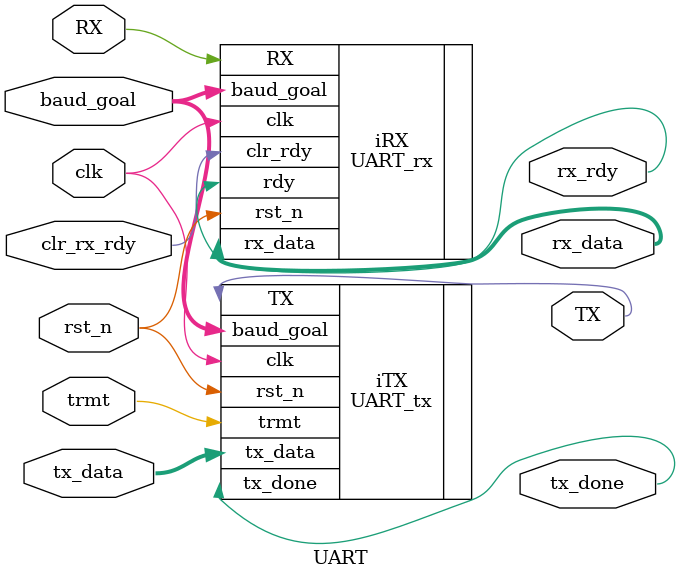
<source format=sv>
module UART(clk,rst_n,RX,TX,rx_rdy,clr_rx_rdy,rx_data,trmt,tx_data,tx_done, baud_goal);

	input clk,rst_n;			// clock and active low reset
	input RX,trmt;
	input [13 :0] baud_goal;				// strt_tx tells TX section to transmit tx_data
	input clr_rx_rdy;			// rx_rdy can be cleared by this or new start bit
	input [7:0] tx_data;		// byte to transmit
	output TX,rx_rdy,tx_done;	// rx_rdy asserted when byte received,
								// tx_done asserted when tranmission complete
	output [7:0] rx_data;		// byte received

	//////////////////////////////
	// Instantiate Transmitter //
	////////////////////////////
	UART_tx iTX(.clk(clk), .rst_n(rst_n), .TX(TX), .trmt(trmt),
			.tx_data(tx_data), .tx_done(tx_done), .baud_goal(baud_goal));
			

	///////////////////////////
	// Instantiate Receiver //
	/////////////////////////
	UART_rx iRX(.clk(clk), .rst_n(rst_n), .RX(RX), .rdy(rx_rdy),
				.clr_rdy(clr_rx_rdy), .rx_data(rx_data), .baud_goal(baud_goal));

endmodule
</source>
